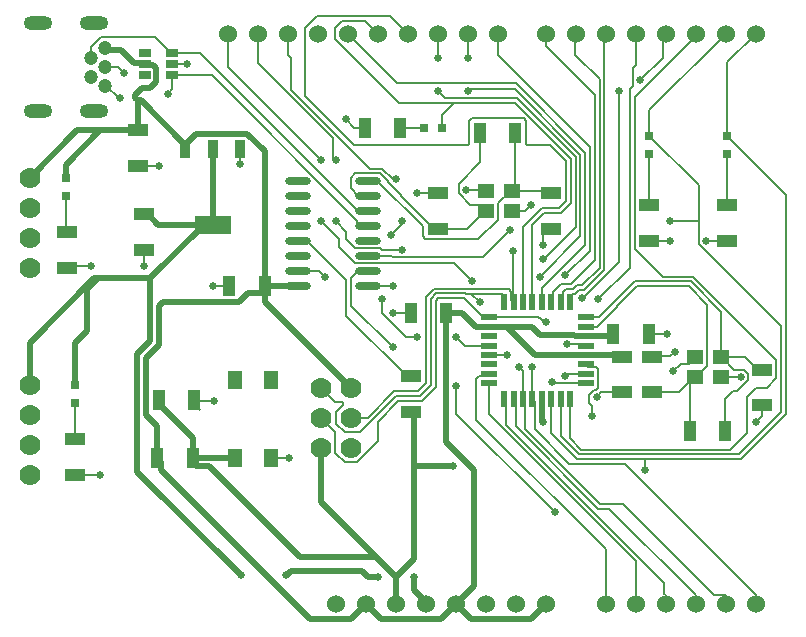
<source format=gtl>
G04*
G04 #@! TF.GenerationSoftware,Altium Limited,Altium Designer,21.6.4 (81)*
G04*
G04 Layer_Physical_Order=1*
G04 Layer_Color=255*
%FSLAX25Y25*%
%MOIN*%
G70*
G04*
G04 #@! TF.SameCoordinates,858BF902-78F9-450F-91F8-2C9066A697E3*
G04*
G04*
G04 #@! TF.FilePolarity,Positive*
G04*
G01*
G75*
%ADD12C,0.00600*%
%ADD17R,0.04400X0.07100*%
%ADD18R,0.03150X0.03150*%
%ADD19R,0.07100X0.04400*%
%ADD20R,0.05511X0.04724*%
%ADD21R,0.05800X0.02000*%
%ADD22R,0.02000X0.05800*%
%ADD23O,0.08661X0.02400*%
%ADD24R,0.04724X0.05906*%
%ADD25R,0.12200X0.06300*%
%ADD26R,0.03300X0.06300*%
%ADD27R,0.03150X0.03150*%
%ADD28R,0.03937X0.02756*%
%ADD46C,0.02000*%
%ADD47O,0.09449X0.04724*%
%ADD48C,0.04724*%
%ADD49C,0.06000*%
%ADD50C,0.07000*%
%ADD51C,0.02500*%
D12*
X160000Y193000D02*
Y201000D01*
X150000Y193000D02*
Y201000D01*
X198993Y97500D02*
X199393Y97100D01*
X193000Y97500D02*
X198993D01*
X201500Y73500D02*
Y76777D01*
X200500Y77777D02*
X201500Y76777D01*
X200500Y77777D02*
Y80541D01*
X202109Y82150D01*
X203593Y82961D02*
Y89138D01*
X202631Y90100D02*
X203593Y89138D01*
X200093Y90100D02*
X202631D01*
X199393Y90800D02*
X200093Y90100D01*
X202109Y82150D02*
X202781D01*
X203593Y82961D01*
X203500Y112500D02*
X214000Y123000D01*
Y182503D01*
X39501Y183623D02*
X43624Y179500D01*
X39125Y183623D02*
X39501D01*
X43624Y179500D02*
X44000D01*
X39125Y189921D02*
X43578D01*
X45500Y188000D01*
X174744Y142082D02*
X179082D01*
X181000Y144000D01*
X135134Y126450D02*
X164950D01*
X174000Y135500D01*
X137636Y137136D02*
Y138136D01*
X138000Y138500D01*
X134500Y134000D02*
X137636Y137136D01*
X129831Y152000D02*
X145000Y136831D01*
Y133511D02*
Y136831D01*
Y133511D02*
X145912Y132600D01*
X126700Y152000D02*
X129831D01*
X145912Y132600D02*
X163556D01*
X137750Y147000D02*
X148650Y136100D01*
X137750Y147000D02*
Y147144D01*
X133450Y151444D02*
X137750Y147144D01*
X183479Y106519D02*
X183766Y106231D01*
X185486Y105000D02*
X186000D01*
X184255Y106231D02*
X185486Y105000D01*
X183766Y106231D02*
X184255D01*
X167012Y106519D02*
X183479D01*
X166993Y106500D02*
X167012Y106519D01*
X126700Y117000D02*
X135000D01*
X29100Y54000D02*
X37500D01*
X26350Y122991D02*
X26859Y123500D01*
X34500D01*
X52000D02*
Y129100D01*
X50100Y157000D02*
X57000D01*
X256000Y71500D02*
X258000Y73500D01*
Y77200D01*
X220100Y93500D02*
X227460D01*
X228959Y95000D01*
X229000D01*
X228500Y88500D02*
X231088Y91088D01*
X233608D01*
X235670Y93150D01*
X175000Y112107D02*
Y128500D01*
X121069Y110431D02*
Y119500D01*
Y110431D02*
X135000Y96500D01*
X69400Y78500D02*
X75500D01*
X68900Y79000D02*
X69400Y78500D01*
X186000Y197000D02*
X202343Y180657D01*
X186000Y197000D02*
Y201000D01*
X195900Y200900D02*
X196000Y201000D01*
X205543Y200543D02*
X206000Y201000D01*
X214950Y189454D02*
X216000Y190504D01*
Y201000D01*
X225000Y193000D02*
Y200000D01*
X226000Y201000D01*
X215650Y180044D02*
X236000Y200394D01*
Y201000D01*
X215650Y129361D02*
Y180044D01*
X220500Y175500D02*
X246000Y201000D01*
X246500Y191500D02*
X256000Y201000D01*
X119500Y172500D02*
X122244Y169756D01*
X125603D01*
X137659Y169500D02*
X145547D01*
X137403Y169756D02*
X137659Y169500D01*
X155500Y177850D02*
X175901D01*
X137069D02*
X155500D01*
X151453Y169500D02*
Y173803D01*
X155500Y177850D01*
X122000Y164000D02*
X160248D01*
X105700Y180300D02*
X122000Y164000D01*
X105700Y180300D02*
Y202781D01*
X134765Y152864D02*
X135636D01*
X100988Y182405D02*
X127294Y156100D01*
X131529D01*
X135636Y152864D02*
X136000Y152500D01*
X131529Y156100D02*
X134765Y152864D01*
X130866Y154500D02*
X133450Y151916D01*
X121069Y153035D02*
X122534Y154500D01*
X133450Y151444D02*
Y151916D01*
X122534Y154500D02*
X130866D01*
X161362Y172850D02*
X178639D01*
X160248Y164000D02*
X160600Y164351D01*
X178639Y172850D02*
X179400Y172089D01*
Y164351D02*
X179752Y164000D01*
X187488D02*
X192743Y158746D01*
X160600Y172089D02*
X161362Y172850D01*
X160600Y164351D02*
Y172089D01*
X179752Y164000D02*
X187488D01*
X179400Y164351D02*
Y172089D01*
X94421Y59500D02*
X100500D01*
X94406Y59516D02*
X94421Y59500D01*
X204600Y81600D02*
X210000D01*
X203000Y80000D02*
X204600Y81600D01*
X220000D02*
X230419D01*
X235276Y86457D01*
X235670D01*
X220000Y92900D02*
X220100Y93000D01*
X221400Y101000D02*
X226500D01*
X100000Y194000D02*
Y201000D01*
X90000Y191131D02*
Y201000D01*
Y191131D02*
X115000Y166131D01*
X242081Y14000D02*
X246000D01*
X80000Y190000D02*
Y201000D01*
Y190000D02*
X111000Y159000D01*
X29000Y54100D02*
X29100Y54000D01*
X29000Y65900D02*
Y78000D01*
X160000Y182000D02*
Y182305D01*
X152550Y179450D02*
X176564D01*
X175901Y177850D02*
X194343Y159408D01*
X160352Y182656D02*
X175620D01*
X150000Y182000D02*
X152550Y179450D01*
X176564D02*
X195943Y160071D01*
X115700Y199219D02*
X137069Y177850D01*
X160000Y182305D02*
X160352Y182656D01*
X136450Y184550D02*
X175989D01*
X120000Y201000D02*
X136450Y184550D01*
X175989D02*
X199143Y161397D01*
X105700Y202781D02*
X109819Y206900D01*
X134100D01*
X140000Y201000D01*
X118219Y205300D02*
X125700D01*
X130000Y201000D01*
X115700Y202781D02*
X118219Y205300D01*
X115700Y199219D02*
Y202781D01*
X170000Y194000D02*
X200743Y163257D01*
X170000Y194000D02*
Y201000D01*
X26000Y135141D02*
X26350Y134791D01*
X26000Y135141D02*
Y147047D01*
X50000Y157100D02*
X50100Y157000D01*
X219000Y59200D02*
X251069D01*
X196586D02*
X219000D01*
Y55500D02*
Y59200D01*
X197249Y60800D02*
X250406D01*
X264450Y74844D01*
X194193Y66119D02*
X197912Y62400D01*
X247389D02*
X253050Y68062D01*
X197912Y62400D02*
X247389D01*
X191093Y66956D02*
X197249Y60800D01*
X212400Y57600D02*
X256000Y14000D01*
X193900Y57600D02*
X212400D01*
X156150Y74350D02*
Y83500D01*
Y74350D02*
X189000Y41500D01*
X119469Y107081D02*
X139650Y86900D01*
X121069Y119500D02*
X123569Y122000D01*
X119469Y107081D02*
Y118961D01*
X106431Y132000D02*
X119469Y118961D01*
X123569Y122000D02*
X126700D01*
X144814Y78600D02*
X149362Y83148D01*
X146162Y84474D02*
Y113376D01*
X150162Y112850D02*
X158743D01*
X143489Y81800D02*
X146162Y84474D01*
X147762Y112714D02*
X149499Y114450D01*
X147762Y83811D02*
Y112714D01*
X136911Y78600D02*
X144814D01*
X149362Y83148D02*
Y112051D01*
X146162Y113376D02*
X148836Y116050D01*
X144151Y80200D02*
X147762Y83811D01*
X136249Y80200D02*
X144151D01*
X135586Y81800D02*
X143489D01*
X149362Y112051D02*
X150162Y112850D01*
X110500Y122000D02*
X112500Y120000D01*
X122534Y124500D02*
X155500D01*
X161500Y118500D01*
X116949Y130085D02*
X122534Y124500D01*
X134584Y127000D02*
X135134Y126450D01*
X174943Y112050D02*
X175000Y112107D01*
X163556Y132600D02*
X170055Y139100D01*
X236950Y138500D02*
Y150503D01*
Y130944D02*
Y138500D01*
X227500D02*
X236950D01*
X184000Y120000D02*
X197543Y133543D01*
Y160734D01*
X184793Y116415D02*
X199143Y130765D01*
X185381Y126000D02*
X195943Y136562D01*
X192500Y120500D02*
X200743Y128743D01*
X199143Y130765D02*
Y161397D01*
X195943Y136562D02*
Y160071D01*
X200743Y128743D02*
Y163257D01*
X205543Y122412D02*
Y200543D01*
X202343Y125475D02*
Y180657D01*
X203943Y123075D02*
Y186057D01*
X198681Y115550D02*
X205543Y122412D01*
X198018Y117150D02*
X203943Y123075D01*
X194368Y117500D02*
X202343Y125475D01*
X175620Y182656D02*
X197543Y160734D01*
X126700Y127000D02*
X134584D01*
X75000Y117000D02*
X80600D01*
X198394Y113000D02*
X210500Y125106D01*
X195900Y194100D02*
X203943Y186057D01*
X210500Y125106D02*
Y182000D01*
X192743Y145161D02*
Y158746D01*
X191119Y141275D02*
X194343Y144499D01*
Y159408D01*
X190456Y142875D02*
X192743Y145161D01*
X161200Y114300D02*
X171493D01*
X159556D02*
X161200D01*
X164000Y111500D01*
X158743Y112850D02*
X165093Y106500D01*
X181450Y137246D02*
X185479Y141275D01*
X181450Y117750D02*
Y137246D01*
X181593Y111700D02*
Y117607D01*
X181450Y117750D02*
X181593Y117607D01*
X184793Y111700D02*
Y116415D01*
X185000Y126000D02*
X185381D01*
X174593Y112400D02*
X174943Y112050D01*
X159050Y97100D02*
X166993D01*
X156150Y100000D02*
X159050Y97100D01*
X139394Y100000D02*
X143000D01*
X131500Y107894D02*
X139394Y100000D01*
X131500Y107894D02*
Y112500D01*
X135000Y108000D02*
X141100D01*
X122534Y129500D02*
X130866D01*
X131366Y129000D02*
X138000D01*
X130866Y129500D02*
X131366Y129000D01*
X100988Y182405D02*
Y193011D01*
X100000Y194000D02*
X100988Y193011D01*
X115000Y159352D02*
Y166131D01*
X143000Y148000D02*
X149900D01*
X150000Y147900D01*
X115000Y159352D02*
X115648D01*
X116000Y159000D01*
X178493Y79300D02*
Y88452D01*
X177000Y89945D02*
X178493Y88452D01*
X177000Y89945D02*
Y90000D01*
X116000Y138500D02*
X119449Y135051D01*
Y132585D02*
Y135051D01*
Y132585D02*
X122534Y129500D01*
X111000Y138500D02*
X116949Y132551D01*
Y130085D02*
Y132551D01*
X70829Y194740D02*
X123569Y142000D01*
X61577Y194740D02*
X70829D01*
X123225Y137831D02*
Y138741D01*
X74706Y187260D02*
X123225Y138741D01*
Y137831D02*
X124056Y137000D01*
X61577Y187260D02*
X74706D01*
X124056Y137000D02*
X126700D01*
X181500Y79393D02*
Y90000D01*
Y79393D02*
X181593Y79300D01*
X167093Y94000D02*
X173000D01*
X149499Y114450D02*
X159406D01*
X173681Y115950D02*
X174593Y115039D01*
X159406Y114450D02*
X159556Y114300D01*
X148836Y116050D02*
X160344D01*
X160444Y115950D02*
X173681D01*
X160344Y116050D02*
X160444Y115950D01*
X103300Y122000D02*
X110500D01*
X121069Y149500D02*
X123569Y147000D01*
X121069Y149500D02*
Y153035D01*
X123569Y142000D02*
X126700D01*
X123569Y147000D02*
X126700D01*
X60986Y194740D02*
X61577D01*
X162793Y72353D02*
X206000Y29146D01*
Y14000D02*
Y29146D01*
X162793Y72353D02*
Y86039D01*
X181593Y79300D02*
X182293Y78600D01*
Y69207D02*
Y78600D01*
Y69207D02*
X193900Y57600D01*
X174593Y112400D02*
Y115039D01*
X170055Y144480D02*
X174268Y148693D01*
X174662D01*
X165606Y142000D02*
X166000D01*
X156950Y147944D02*
Y151034D01*
X163938Y144062D02*
X166000Y142000D01*
X160832Y144062D02*
X163938D01*
X156950Y147944D02*
X160832Y144062D01*
X156950Y151034D02*
X164100Y158184D01*
X159500Y149000D02*
X165693D01*
X170055Y139100D02*
Y144480D01*
X148650Y136100D02*
X159706D01*
X165606Y142000D01*
X189064Y84450D02*
X199343D01*
X188514Y85000D02*
X189064Y84450D01*
X188000Y85000D02*
X188514D01*
X193600Y87600D02*
X199393D01*
X199343Y84450D02*
X199393Y84500D01*
X192500Y87000D02*
X193000D01*
X193600Y87600D01*
X198000Y113000D02*
X198394D01*
X196281Y117150D02*
X198018D01*
X196944Y115550D02*
X198681D01*
X175993Y70256D02*
Y78600D01*
X175293Y79300D02*
X175993Y78600D01*
X179193Y69319D02*
Y78600D01*
X178493Y79300D02*
X179193Y78600D01*
Y69319D02*
X204139Y44372D01*
X175993Y70256D02*
X203476Y42772D01*
X191154Y117500D02*
X194368D01*
X192654Y115900D02*
X195031D01*
X196281Y117150D01*
X195694Y114300D02*
X196944Y115550D01*
X194893Y114300D02*
X195694D01*
X191793Y115039D02*
X192654Y115900D01*
X194193Y113600D02*
X194893Y114300D01*
X188593Y114938D02*
X191154Y117500D01*
X214950Y183453D02*
Y189454D01*
X214000Y182503D02*
X214950Y183453D01*
X217500Y185500D02*
X225000Y193000D01*
X209777Y109984D02*
Y110266D01*
X203749Y106500D02*
X215699Y118450D01*
X216361Y116850D02*
X233639D01*
X234100Y84887D02*
X235670Y86457D01*
X209777Y110266D02*
X216361Y116850D01*
X199393Y106500D02*
X203749D01*
X203193Y103400D02*
X209777Y109984D01*
X215699Y118450D02*
X234301D01*
X199393Y103400D02*
X203193D01*
X215650Y129361D02*
X224961Y120050D01*
X187893Y67893D02*
X196586Y59200D01*
X194193Y66119D02*
Y79300D01*
X191093Y66956D02*
Y79300D01*
X187893Y67893D02*
Y79300D01*
X251069Y59200D02*
X266050Y74181D01*
X246500Y166953D02*
X266050Y147403D01*
X236950Y130944D02*
X264450Y103444D01*
X224961Y120050D02*
X234964D01*
X262850Y92164D01*
Y86261D02*
Y92164D01*
X259639Y83050D02*
X262850Y86261D01*
X256261Y83050D02*
X259639D01*
X253050Y79839D02*
X256261Y83050D01*
X253050Y68062D02*
Y79839D01*
X264450Y74844D02*
Y103444D01*
X266050Y74181D02*
Y147403D01*
X220500Y166953D02*
X236950Y150503D01*
X220600Y132000D02*
X227500D01*
X248387Y81862D02*
X249905D01*
X245900Y79376D02*
X248387Y81862D01*
X245900Y68500D02*
Y79376D01*
X249905Y81862D02*
X253486Y85444D01*
X251993Y89050D02*
X253486Y87556D01*
X248825Y89050D02*
X251993D01*
X244725Y93150D02*
X248825Y89050D01*
X61577Y182577D02*
Y187260D01*
X60000Y181000D02*
X61577Y182577D01*
X84000Y157500D02*
Y162500D01*
X84100Y162600D01*
X246400Y132000D02*
X246500Y132100D01*
X239500Y132000D02*
X246400D01*
X220500Y132100D02*
X220600Y132000D01*
X165693Y149000D02*
X166000Y148693D01*
X174661Y142000D02*
X174744Y142082D01*
X185000Y130500D02*
Y134200D01*
X186900Y136100D02*
X187893D01*
X185000Y134200D02*
X186900Y136100D01*
X166993Y93900D02*
X167093Y94000D01*
X244331Y86457D02*
X244374Y86500D01*
X253486Y85444D02*
Y87556D01*
X244725Y93150D02*
X252500D01*
X244374Y86500D02*
X250937D01*
X244332Y93150D02*
X244725D01*
X233639Y116850D02*
X239725Y110763D01*
X234100Y68500D02*
Y84887D01*
X239725Y90119D02*
Y110763D01*
X244332Y93150D02*
Y108420D01*
X235670Y86457D02*
X236063D01*
X239725Y90119D01*
X234301Y118450D02*
X244332Y108420D01*
X178493Y136551D02*
X184817Y142875D01*
X178493Y111700D02*
Y136551D01*
X184817Y142875D02*
X190456D01*
X185479Y141275D02*
X191119D01*
X175900Y149931D02*
Y168000D01*
X174662Y148693D02*
X175900Y149931D01*
X164100Y158184D02*
Y168000D01*
X188593Y112400D02*
Y114938D01*
X187893Y111700D02*
X188593Y112400D01*
X191793D02*
Y115039D01*
X195900Y194100D02*
Y200900D01*
X191093Y111700D02*
X191793Y112400D01*
X194193Y111700D02*
Y113600D01*
X116200Y71012D02*
Y74988D01*
Y71012D02*
X119012Y68200D01*
X225594Y14406D02*
X226000Y14000D01*
X172893Y70601D02*
X225594Y17900D01*
X203476Y42772D02*
X207228D01*
X216000Y14000D02*
Y25127D01*
X166993Y74134D02*
X216000Y25127D01*
X225594Y14406D02*
Y17900D01*
X204139Y44372D02*
X211709D01*
X172893Y70601D02*
Y78600D01*
X166993Y74134D02*
Y84500D01*
X211709Y44372D02*
X242081Y14000D01*
X207228Y42772D02*
X236000Y14000D01*
X172193Y79300D02*
X172893Y78600D01*
X163654Y86900D02*
X166293D01*
X162793Y86039D02*
X163654Y86900D01*
X166293D02*
X166993Y87600D01*
X129950Y71638D02*
X136911Y78600D01*
X129950Y65162D02*
Y71638D01*
X122988Y58200D02*
X129950Y65162D01*
X119012Y68200D02*
X124249D01*
X136249Y80200D01*
X171493Y114300D02*
X172193Y113600D01*
Y111700D02*
Y113600D01*
X126786Y73000D02*
X135586Y81800D01*
X121000Y73000D02*
X126786D01*
X118563Y77351D02*
Y77849D01*
X115800Y61412D02*
Y68200D01*
Y78200D02*
X118212D01*
X119012Y58200D02*
X122988D01*
X115800Y61412D02*
X119012Y58200D01*
X116200Y74988D02*
X118563Y77351D01*
X118212Y78200D02*
X118563Y77849D01*
X111000Y73000D02*
X115800Y68200D01*
X111000Y83000D02*
X115800Y78200D01*
X165093Y106500D02*
X166993D01*
X139650Y86900D02*
X141000D01*
X103300Y132000D02*
X106431D01*
X220500Y166953D02*
Y175500D01*
X246500Y166953D02*
Y191500D01*
X68900Y77650D02*
Y79000D01*
Y77650D02*
X70800Y75750D01*
X174662Y148693D02*
X187100D01*
X187893Y147900D01*
X246500Y143900D02*
Y161047D01*
X220500Y143900D02*
Y161047D01*
X252500Y93150D02*
X256650Y89000D01*
X258000D01*
X61577Y191000D02*
X66500D01*
X61577D02*
X62639Y189938D01*
X55844Y199883D02*
X60986Y194740D01*
X37609Y199883D02*
X55844D01*
X34386Y196661D02*
X37609Y199883D01*
X34386Y193071D02*
Y196661D01*
D17*
X125603Y169756D02*
D03*
X137403D02*
D03*
X56600Y59500D02*
D03*
X68400D02*
D03*
X175900Y168000D02*
D03*
X164100D02*
D03*
X245900Y68500D02*
D03*
X234100D02*
D03*
X220400Y101000D02*
D03*
X208600D02*
D03*
X141100Y108000D02*
D03*
X152900D02*
D03*
X80600Y117000D02*
D03*
X92400D02*
D03*
X68900Y79000D02*
D03*
X57100D02*
D03*
D18*
X151453Y169500D02*
D03*
X145547D02*
D03*
D19*
X221500Y93400D02*
D03*
Y81600D02*
D03*
X211500Y93400D02*
D03*
Y81600D02*
D03*
X29000Y65900D02*
D03*
Y54100D02*
D03*
X26350Y134791D02*
D03*
Y122991D02*
D03*
X141000Y86900D02*
D03*
Y75100D02*
D03*
X150000Y147900D02*
D03*
Y136100D02*
D03*
X258000Y77200D02*
D03*
Y89000D02*
D03*
X187893Y147900D02*
D03*
Y136100D02*
D03*
X50000Y168900D02*
D03*
Y157100D02*
D03*
X52000Y140900D02*
D03*
Y129100D02*
D03*
X220500Y132100D02*
D03*
Y143900D02*
D03*
X246500Y132100D02*
D03*
Y143900D02*
D03*
D20*
X174662Y148693D02*
D03*
X166000D02*
D03*
X174661Y142000D02*
D03*
X166000D02*
D03*
X235670Y86457D02*
D03*
X244331D02*
D03*
X235670Y93150D02*
D03*
X244332D02*
D03*
D21*
X199393Y84500D02*
D03*
Y87600D02*
D03*
Y90800D02*
D03*
Y93900D02*
D03*
Y97100D02*
D03*
Y100200D02*
D03*
Y103400D02*
D03*
Y106500D02*
D03*
X166993D02*
D03*
Y103400D02*
D03*
Y100200D02*
D03*
Y97100D02*
D03*
Y93900D02*
D03*
Y90800D02*
D03*
Y87600D02*
D03*
Y84500D02*
D03*
D22*
X194193Y111700D02*
D03*
X191093D02*
D03*
X187893D02*
D03*
X184793D02*
D03*
X181593D02*
D03*
X178493D02*
D03*
X175293D02*
D03*
X172193D02*
D03*
Y79300D02*
D03*
X175293D02*
D03*
X178493D02*
D03*
X181593D02*
D03*
X184793D02*
D03*
X187893D02*
D03*
X191093D02*
D03*
X194193D02*
D03*
D23*
X103300Y117000D02*
D03*
Y122000D02*
D03*
Y127000D02*
D03*
Y132000D02*
D03*
Y137000D02*
D03*
Y142000D02*
D03*
Y147000D02*
D03*
Y152000D02*
D03*
X126700D02*
D03*
Y147000D02*
D03*
Y142000D02*
D03*
Y137000D02*
D03*
Y132000D02*
D03*
Y127000D02*
D03*
Y122000D02*
D03*
Y117000D02*
D03*
D24*
X94406Y59516D02*
D03*
X82595Y85500D02*
D03*
X94406D02*
D03*
X82595Y59516D02*
D03*
D25*
X75000Y137400D02*
D03*
D26*
X84100Y162600D02*
D03*
X75000D02*
D03*
X65900D02*
D03*
D27*
X220500Y161047D02*
D03*
Y166953D02*
D03*
X246500Y161047D02*
D03*
Y166953D02*
D03*
X29000Y78000D02*
D03*
Y83906D02*
D03*
X26000Y147047D02*
D03*
Y152953D02*
D03*
D28*
X61577Y187260D02*
D03*
Y191000D02*
D03*
Y194740D02*
D03*
X52276D02*
D03*
Y191000D02*
D03*
Y187260D02*
D03*
D46*
X73728Y56950D02*
X104035Y26643D01*
X129357D01*
X199393Y100200D02*
X208800D01*
X209600Y101000D01*
X209500Y93900D02*
X210000Y93400D01*
X199393Y93900D02*
X209500D01*
X184243Y100750D02*
X195315D01*
X195665Y100400D02*
X196367D01*
X181593Y103400D02*
X184243Y100750D01*
X196367Y100400D02*
X196567Y100200D01*
X195315Y100750D02*
X195665Y100400D01*
X29000Y83906D02*
Y97905D01*
X14000Y84000D02*
Y98000D01*
X129904Y20096D02*
X130000Y20000D01*
X124750Y22000D02*
X126654Y20096D01*
X101135Y22000D02*
X124750D01*
X126654Y20096D02*
X129904D01*
X129357Y26643D02*
X136000Y20000D01*
X99500Y20500D02*
X99635D01*
X101135Y22000D01*
X142000Y26000D02*
Y57000D01*
X136000Y20000D02*
X142000Y26000D01*
X156000Y11000D02*
X162000Y17000D01*
Y55716D01*
X136000Y11000D02*
Y20000D01*
X142000Y15485D02*
Y20000D01*
X146000Y11000D02*
Y11485D01*
X142000Y15485D02*
X146000Y11485D01*
X181000Y6000D02*
X186000Y11000D01*
X161000Y6000D02*
X181000D01*
X156000Y11000D02*
X161000Y6000D01*
X107522D02*
X121000D01*
X126000Y11000D01*
X57800Y55722D02*
X107522Y6000D01*
X126000Y11000D02*
X131000Y6000D01*
X151000D01*
X156000Y11000D01*
X142000Y57000D02*
X155000D01*
X152900Y64816D02*
Y108000D01*
Y64816D02*
X162000Y55716D01*
X166993Y103400D02*
X173100D01*
X182600Y93900D01*
X173100Y103400D02*
X181593D01*
X162700D02*
X166993D01*
X182600Y93900D02*
X199393D01*
X142000Y57000D02*
Y74100D01*
X184793Y71707D02*
X185000Y71500D01*
X184793Y71707D02*
Y79300D01*
X49248Y179689D02*
X50000Y178937D01*
X49248Y179689D02*
Y180752D01*
X55072Y190638D02*
X56244Y189466D01*
X54093Y182903D02*
X56244Y185054D01*
X52276Y190638D02*
X55072D01*
X49248Y180752D02*
X51399Y182903D01*
X54093D01*
X56244Y185054D02*
Y189466D01*
X48721Y191362D02*
X51913D01*
X44384Y195699D02*
X48721Y191362D01*
X39647Y195699D02*
X44384D01*
X49900Y55100D02*
X84000Y21000D01*
X56600Y59500D02*
Y70264D01*
Y59500D02*
X57800Y58300D01*
Y55722D02*
Y58300D01*
X57150Y97322D02*
Y110278D01*
X52900Y93072D02*
X57150Y97322D01*
X52900Y73964D02*
Y93072D01*
Y73964D02*
X56600Y70264D01*
X54150Y98564D02*
Y119500D01*
X57150Y110278D02*
X58322Y111450D01*
X49900Y94314D02*
X54150Y98564D01*
X58322Y111450D02*
X83628D01*
X49900Y55100D02*
Y94314D01*
X57100Y77650D02*
X68400Y66350D01*
X141000Y75100D02*
X142000Y74100D01*
X111000Y45000D02*
X129357Y26643D01*
X14000Y98000D02*
X35500Y119500D01*
X36672D01*
X92400Y111600D02*
X121000Y83000D01*
X111000Y45000D02*
Y63000D01*
X92400Y115650D02*
Y117000D01*
Y111600D02*
Y115650D01*
X69600Y56950D02*
X73728D01*
X68400Y58150D02*
X69600Y56950D01*
X68400Y58150D02*
Y59500D01*
X68416Y59516D01*
X82595D01*
X57100Y77650D02*
Y79000D01*
X68400Y59500D02*
Y66350D01*
X91200Y114450D02*
X92400Y115650D01*
X86628Y114450D02*
X91200D01*
X83628Y111450D02*
X86628Y114450D01*
X92400Y117000D02*
X103300D01*
X86578Y167750D02*
X92400Y161928D01*
Y117000D02*
Y161928D01*
X65900Y164100D02*
X69550Y167750D01*
X86578D01*
X65900Y162600D02*
Y164100D01*
X152900Y108000D02*
X158100D01*
X162700Y103400D01*
X56850Y137400D02*
X72050D01*
X29000Y97905D02*
X33123Y102029D01*
Y115952D01*
X36672Y119500D02*
X54150D01*
X33123Y115952D02*
X36672Y119500D01*
X54150D02*
X72050Y137400D01*
X75000D01*
X52000Y140900D02*
X53350D01*
X56850Y137400D01*
X75000D02*
Y162600D01*
X37500Y168900D02*
X50000D01*
X29900D02*
X37500D01*
X26000Y157400D02*
X37500Y168900D01*
X26000Y152953D02*
Y157400D01*
X14000Y153000D02*
X29900Y168900D01*
X51063Y178937D02*
X65900Y164100D01*
X50000Y178937D02*
X51063D01*
X50000Y168900D02*
Y178937D01*
X39125Y196221D02*
X39647Y195699D01*
X51913Y191362D02*
X52276Y191000D01*
D47*
X16875Y175355D02*
D03*
X35575D02*
D03*
Y204645D02*
D03*
X16875D02*
D03*
D48*
X39125Y196221D02*
D03*
X34386Y193071D02*
D03*
Y186773D02*
D03*
X39125Y189921D02*
D03*
Y183623D02*
D03*
D49*
X256000Y201000D02*
D03*
X246000D02*
D03*
X236000D02*
D03*
X226000D02*
D03*
X216000D02*
D03*
X206000D02*
D03*
X196000D02*
D03*
X186000D02*
D03*
X80000D02*
D03*
X90000D02*
D03*
X100000D02*
D03*
X110000D02*
D03*
X120000D02*
D03*
X130000D02*
D03*
X140000D02*
D03*
X150000D02*
D03*
X160000D02*
D03*
X170000D02*
D03*
X116000Y11000D02*
D03*
X126000D02*
D03*
X136000D02*
D03*
X146000D02*
D03*
X156000D02*
D03*
X166000D02*
D03*
X176000D02*
D03*
X186000D02*
D03*
X206000D02*
D03*
X216000D02*
D03*
X226000D02*
D03*
X236000D02*
D03*
X246000D02*
D03*
X256000D02*
D03*
D50*
X14000Y64000D02*
D03*
Y54000D02*
D03*
Y84000D02*
D03*
Y74000D02*
D03*
Y133000D02*
D03*
Y123000D02*
D03*
Y153000D02*
D03*
Y143000D02*
D03*
X111000Y83000D02*
D03*
X121000D02*
D03*
X111000Y73000D02*
D03*
X121000D02*
D03*
X111000Y63000D02*
D03*
X121000D02*
D03*
D51*
X160000Y193000D02*
D03*
X150000D02*
D03*
X193000Y97500D02*
D03*
X201500Y73500D02*
D03*
X203500Y112500D02*
D03*
X44000Y179500D02*
D03*
X45500Y188000D02*
D03*
X181000Y144000D02*
D03*
X174000Y135500D02*
D03*
X138000Y138500D02*
D03*
X186000Y105000D02*
D03*
X134500Y134000D02*
D03*
X135000Y117000D02*
D03*
X37500Y54000D02*
D03*
X34500Y123500D02*
D03*
X52000D02*
D03*
X57000Y157000D02*
D03*
X256000Y71500D02*
D03*
X229000Y95000D02*
D03*
X228500Y88500D02*
D03*
X175000Y128500D02*
D03*
X135000Y96500D02*
D03*
X75500Y78500D02*
D03*
X119500Y172500D02*
D03*
X100500Y59500D02*
D03*
X203000Y80000D02*
D03*
X226500Y101000D02*
D03*
X130000Y20000D02*
D03*
X160000Y182000D02*
D03*
X150000D02*
D03*
X142000Y20000D02*
D03*
X219000Y55500D02*
D03*
X189000Y41500D02*
D03*
X155000Y57000D02*
D03*
X156150Y83500D02*
D03*
X112500Y120000D02*
D03*
X227500Y138500D02*
D03*
X192500Y120500D02*
D03*
X164000Y111500D02*
D03*
X184000Y120000D02*
D03*
X185000Y126000D02*
D03*
X156150Y100000D02*
D03*
X143000D02*
D03*
X131500Y112500D02*
D03*
X135000Y108000D02*
D03*
X136000Y152500D02*
D03*
X143000Y148000D02*
D03*
X177000Y90000D02*
D03*
X138000Y129000D02*
D03*
X116000Y138500D02*
D03*
Y159000D02*
D03*
X181500Y90000D02*
D03*
X173000Y94000D02*
D03*
X161500Y118500D02*
D03*
X111000Y138500D02*
D03*
Y159000D02*
D03*
X185000Y71500D02*
D03*
X159500Y149000D02*
D03*
X188000Y85000D02*
D03*
X192500Y87000D02*
D03*
X198000Y113000D02*
D03*
X210500Y182000D02*
D03*
X217500Y185500D02*
D03*
X227500Y132000D02*
D03*
X60000Y181000D02*
D03*
X185000Y130500D02*
D03*
X239500Y132000D02*
D03*
X84000Y157500D02*
D03*
X75000Y117000D02*
D03*
X250937Y86500D02*
D03*
X99500Y20500D02*
D03*
X84500D02*
D03*
X66500Y191000D02*
D03*
M02*

</source>
